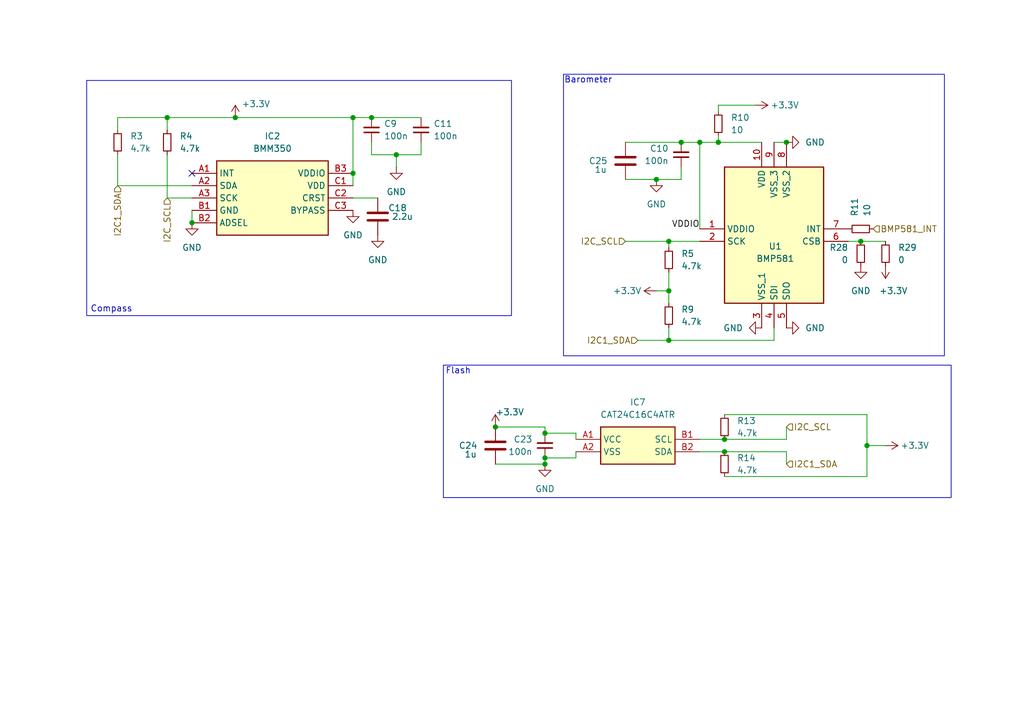
<source format=kicad_sch>
(kicad_sch (version 20250114) (generator "eeschema") (generator_version "9.0")
  (paper "A5")
  (lib_symbols
    (symbol "Device:C" (pin_numbers (hide yes)) (pin_names (offset 0.254))
      (property "Reference" "C" (at 0.635 2.54 0))
      (property "Value" "C" (at 0.635 -2.54 0))
      (symbol "C_0_1"
        (polyline (pts (xy -2.032 0.762) (xy 2.032 0.762)) (stroke (width 0.508)))
        (polyline (pts (xy -2.032 -0.762) (xy 2.032 -0.762)) (stroke (width 0.508)))
      )
      (symbol "C_1_1"
        (pin passive line (at 0 3.81 270) (length 2.794) (name "~") (number "1"))
        (pin passive line (at 0 -3.81 90) (length 2.794) (name "~") (number "2"))
      )
    )
    (symbol "Device:C_Small" (pin_numbers (hide yes)) (pin_names (offset 0.254) (hide yes))
      (property "Reference" "C" (at 0.254 1.778 0))
      (property "Value" "C_Small" (at 0.254 -2.032 0))
      (symbol "C_Small_0_1"
        (polyline (pts (xy -1.524 0.508) (xy 1.524 0.508)) (stroke (width 0.3048)))
        (polyline (pts (xy -1.524 -0.508) (xy 1.524 -0.508)) (stroke (width 0.3302)))
      )
      (symbol "C_Small_1_1"
        (pin passive line (at 0 2.54 270) (length 2.032) (name "~") (number "1"))
        (pin passive line (at 0 -2.54 90) (length 2.032) (name "~") (number "2"))
      )
    )
    (symbol "Device:R_Small" (pin_numbers (hide yes)) (pin_names (offset 0.254) (hide yes))
      (property "Reference" "R" (at 0.762 0.508 0))
      (property "Value" "R_Small" (at 0.762 -1.016 0))
      (symbol "R_Small_0_1"
        (rectangle (start -0.762 1.778) (end 0.762 -1.778) (stroke (width 0.2032)))
      )
      (symbol "R_Small_1_1"
        (pin passive line (at 0 2.54 270) (length 0.762) (name "~") (number "1"))
        (pin passive line (at 0 -2.54 90) (length 0.762) (name "~") (number "2"))
      )
    )
    (symbol "SamacSys_Parts:BMM350"
      (property "Reference" "IC" (at 29.21 7.62 0))
      (property "Value" "BMM350" (at 29.21 5.08 0))
      (symbol "BMM350_1_1"
        (rectangle (start 5.08 2.54) (end 27.94 -12.7) (stroke (width 0.254)) (fill (type background)))
        (pin passive line (at 0 0 0) (length 5.08) (name "INT") (number "A1"))
        (pin passive line (at 0 -2.54 0) (length 5.08) (name "SDA") (number "A2"))
        (pin passive line (at 0 -5.08 0) (length 5.08) (name "SCK") (number "A3"))
        (pin passive line (at 0 -7.62 0) (length 5.08) (name "GND") (number "B1"))
        (pin passive line (at 0 -10.16 0) (length 5.08) (name "ADSEL") (number "B2"))
        (pin passive line (at 33.02 0 180) (length 5.08) (name "VDDIO") (number "B3"))
        (pin passive line (at 33.02 -2.54 180) (length 5.08) (name "VDD") (number "C1"))
        (pin passive line (at 33.02 -5.08 180) (length 5.08) (name "CRST") (number "C2"))
        (pin passive line (at 33.02 -7.62 180) (length 5.08) (name "BYPASS") (number "C3"))
      )
    )
    (symbol "SamacSys_Parts:BMP581"
      (property "Reference" "U" (at 26.67 17.78 0))
      (property "Value" "BMP581" (at 26.67 15.24 0))
      (symbol "BMP581_1_1"
        (rectangle (start 5.08 12.7) (end 25.4 -15.24) (stroke (width 0.254)) (fill (type background)))
        (pin passive line (at 0 0 0) (length 5.08) (name "VDDIO") (number "1"))
        (pin passive line (at 0 -2.54 0) (length 5.08) (name "SCK") (number "2"))
        (pin passive line (at 12.7 17.78 270) (length 5.08) (name "VDD") (number "10"))
        (pin passive line (at 12.7 -20.32 90) (length 5.08) (name "VSS_1") (number "3"))
        (pin passive line (at 15.24 17.78 270) (length 5.08) (name "VSS_3") (number "9"))
        (pin passive line (at 15.24 -20.32 90) (length 5.08) (name "SDI") (number "4"))
        (pin passive line (at 17.78 17.78 270) (length 5.08) (name "VSS_2") (number "8"))
        (pin passive line (at 17.78 -20.32 90) (length 5.08) (name "SDO") (number "5"))
        (pin passive line (at 30.48 0 180) (length 5.08) (name "INT") (number "7"))
        (pin passive line (at 30.48 -2.54 180) (length 5.08) (name "CSB") (number "6"))
      )
    )
    (symbol "SamacSys_Parts:CAT24C16C4ATR"
      (property "Reference" "IC" (at 21.59 7.62 0))
      (property "Value" "CAT24C16C4ATR" (at 21.59 5.08 0))
      (symbol "CAT24C16C4ATR_1_1"
        (rectangle (start 5.08 2.54) (end 20.32 -5.08) (stroke (width 0.254)) (fill (type background)))
        (pin passive line (at 0 0 0) (length 5.08) (name "VCC") (number "A1"))
        (pin passive line (at 0 -2.54 0) (length 5.08) (name "VSS") (number "A2"))
        (pin passive line (at 25.4 0 180) (length 5.08) (name "SCL") (number "B1"))
        (pin passive line (at 25.4 -2.54 180) (length 5.08) (name "SDA") (number "B2"))
      )
    )
    (symbol "power:+3.3V" (power) (pin_numbers (hide yes)) (pin_names (offset 0) (hide yes))
      (property "Value" "+3.3V" (at 0 3.556 0))
      (symbol "+3.3V_0_1"
        (polyline (pts (xy -0.762 1.27) (xy 0 2.54)))
        (polyline (pts (xy 0 2.54) (xy 0.762 1.27)))
        (polyline (pts (xy 0 0) (xy 0 2.54)))
      )
      (symbol "+3.3V_1_1"
        (pin power_in line (at 0 0 90) (length 0) (name "~") (number "1"))
      )
    )
    (symbol "power:GND" (power) (pin_numbers (hide yes)) (pin_names (offset 0) (hide yes))
      (property "Value" "GND" (at 0 -3.81 0))
      (symbol "GND_0_1"
        (polyline (pts (xy 0 0) (xy 0 -1.27) (xy 1.27 -1.27) (xy 0 -2.54) (xy -1.27 -1.27) (xy 0 -1.27)))
      )
      (symbol "GND_1_1"
        (pin power_in line (at 0 0 270) (length 0) (name "~") (number "1"))
      )
    )
  )
  (rectangle (start 17.78 16.51) (end 104.902 64.77))
  (rectangle (start 115.57 15.24) (end 193.675 73.025))
  (rectangle (start 90.932 74.93) (end 195.072 102.108))
  (text "Flash" (at 93.98 76.2 0) (effects (font (size 1.27 1.27))))
  (text "Barometer" (at 120.65 16.51 0) (effects (font (size 1.27 1.27))))
  (text "Compass" (at 22.86 63.5 0) (effects (font (size 1.27 1.27))))
  (junction (at 177.8 91.44))
  (junction (at 137.16 49.53))
  (junction (at 111.76 93.98))
  (junction (at 111.76 95.25))
  (junction (at 143.51 29.21))
  (junction (at 147.32 29.21))
  (junction (at 134.62 36.83))
  (junction (at 148.59 92.71))
  (junction (at 137.16 69.85))
  (junction (at 76.2 24.13))
  (junction (at 72.39 35.56))
  (junction (at 48.26 24.13))
  (junction (at 148.59 90.17))
  (junction (at 176.53 49.53))
  (junction (at 39.37 45.72))
  (junction (at 81.28 31.75))
  (junction (at 101.6 87.63))
  (junction (at 139.7 29.21))
  (junction (at 72.39 24.13))
  (junction (at 34.29 24.13))
  (junction (at 161.29 29.21))
  (junction (at 137.16 59.69))
  (junction (at 111.76 88.9))
  (no_connect (at 39.37 35.56))
  (wire (pts (xy 137.16 55.88) (xy 137.16 59.69)))
  (wire (pts (xy 143.51 29.21) (xy 147.32 29.21)))
  (wire (pts (xy 24.13 38.1) (xy 39.37 38.1)))
  (wire (pts (xy 34.29 26.67) (xy 34.29 24.13)))
  (wire (pts (xy 76.2 24.13) (xy 86.36 24.13)))
  (wire (pts (xy 118.11 93.98) (xy 111.76 93.98)))
  (wire (pts (xy 72.39 24.13) (xy 76.2 24.13)))
  (wire (pts (xy 134.62 36.83) (xy 139.7 36.83)))
  (wire (pts (xy 147.32 21.59) (xy 154.94 21.59)))
  (wire (pts (xy 24.13 31.75) (xy 24.13 38.1)))
  (wire (pts (xy 111.76 95.25) (xy 111.76 93.98)))
  (wire (pts (xy 177.8 85.09) (xy 177.8 91.44)))
  (wire (pts (xy 177.8 97.79) (xy 177.8 91.44)))
  (wire (pts (xy 158.75 29.21) (xy 161.29 29.21)))
  (wire (pts (xy 137.16 59.69) (xy 137.16 62.23)))
  (wire (pts (xy 143.51 92.71) (xy 148.59 92.71)))
  (wire (pts (xy 137.16 49.53) (xy 143.51 49.53)))
  (wire (pts (xy 34.29 24.13) (xy 48.26 24.13)))
  (wire (pts (xy 137.16 49.53) (xy 137.16 50.8)))
  (wire (pts (xy 76.2 31.75) (xy 81.28 31.75)))
  (wire (pts (xy 139.7 29.21) (xy 143.51 29.21)))
  (wire (pts (xy 128.27 36.83) (xy 134.62 36.83)))
  (wire (pts (xy 143.51 46.99) (xy 143.51 29.21)))
  (wire (pts (xy 128.27 49.53) (xy 137.16 49.53)))
  (wire (pts (xy 137.16 67.31) (xy 137.16 69.85)))
  (wire (pts (xy 81.28 31.75) (xy 86.36 31.75)))
  (wire (pts (xy 161.29 92.71) (xy 148.59 92.71)))
  (wire (pts (xy 81.28 31.75) (xy 81.28 34.29)))
  (wire (pts (xy 101.6 87.63) (xy 111.76 87.63)))
  (wire (pts (xy 137.16 69.85) (xy 158.75 69.85)))
  (wire (pts (xy 147.32 29.21) (xy 156.21 29.21)))
  (wire (pts (xy 139.7 34.29) (xy 139.7 36.83)))
  (wire (pts (xy 128.27 29.21) (xy 139.7 29.21)))
  (wire (pts (xy 72.39 24.13) (xy 72.39 35.56)))
  (wire (pts (xy 147.32 27.94) (xy 147.32 29.21)))
  (wire (pts (xy 48.26 24.13) (xy 72.39 24.13)))
  (wire (pts (xy 147.32 21.59) (xy 147.32 22.86)))
  (wire (pts (xy 134.62 59.69) (xy 137.16 59.69)))
  (wire (pts (xy 176.53 49.53) (xy 181.61 49.53)))
  (wire (pts (xy 34.29 40.64) (xy 39.37 40.64)))
  (wire (pts (xy 161.29 87.63) (xy 161.29 90.17)))
  (wire (pts (xy 24.13 24.13) (xy 24.13 26.67)))
  (wire (pts (xy 101.6 95.25) (xy 111.76 95.25)))
  (wire (pts (xy 24.13 24.13) (xy 34.29 24.13)))
  (wire (pts (xy 161.29 95.25) (xy 161.29 92.71)))
  (wire (pts (xy 34.29 31.75) (xy 34.29 40.64)))
  (wire (pts (xy 86.36 29.21) (xy 86.36 31.75)))
  (wire (pts (xy 118.11 90.17) (xy 118.11 88.9)))
  (wire (pts (xy 39.37 43.18) (xy 39.37 45.72)))
  (wire (pts (xy 76.2 31.75) (xy 76.2 29.21)))
  (wire (pts (xy 176.53 49.53) (xy 173.99 49.53)))
  (wire (pts (xy 161.29 90.17) (xy 148.59 90.17)))
  (wire (pts (xy 72.39 35.56) (xy 72.39 38.1)))
  (wire (pts (xy 148.59 97.79) (xy 177.8 97.79)))
  (wire (pts (xy 111.76 87.63) (xy 111.76 88.9)))
  (wire (pts (xy 118.11 88.9) (xy 111.76 88.9)))
  (wire (pts (xy 148.59 85.09) (xy 177.8 85.09)))
  (wire (pts (xy 181.61 91.44) (xy 177.8 91.44)))
  (wire (pts (xy 118.11 92.71) (xy 118.11 93.98)))
  (wire (pts (xy 72.39 40.64) (xy 77.47 40.64)))
  (wire (pts (xy 130.81 69.85) (xy 137.16 69.85)))
  (wire (pts (xy 158.75 67.31) (xy 158.75 69.85)))
  (wire (pts (xy 143.51 90.17) (xy 148.59 90.17)))
  (label "VDDIO" (at 143.51 46.99 180))
  (hierarchical_label "I2C_SCL" (shape input) (at 34.29 40.64 270))
  (hierarchical_label "I2C1_SDA" (shape input) (at 130.81 69.85 180))
  (hierarchical_label "I2C_SCL" (shape input) (at 128.27 49.53 180))
  (hierarchical_label "I2C1_SDA" (shape input) (at 161.29 95.25 0))
  (hierarchical_label "I2C1_SDA" (shape input) (at 24.13 38.1 270))
  (hierarchical_label "BMP581_INT" (shape input) (at 179.07 46.99 0))
  (hierarchical_label "I2C_SCL" (shape input) (at 161.29 87.63 0))
  (symbol (lib_id "power:+3.3V") (at 48.26 24.13 0) (unit 1)
    (property "Reference" "#PWR036" (effects (hide yes)))
    (property "Value" "+3.3V" (at 49.53 21.336 0) (effects (justify left)))
    (property "Description" "Power symbol creates a global label with name \"+3.3V\"" (effects (hide yes)))
  )
  (symbol (lib_id "power:+3.3V") (at 154.94 21.59 270) (unit 1)
    (property "Reference" "#PWR037" (effects (hide yes)))
    (property "Value" "+3.3V" (at 157.988 21.59 90) (effects (justify left)))
    (property "Description" "Power symbol creates a global label with name \"+3.3V\"" (effects (hide yes)))
  )
  (symbol (lib_id "power:GND") (at 39.37 45.72 0) (unit 1)
    (property "Reference" "#PWR012" (effects (hide yes)))
    (property "Value" "GND" (at 39.37 50.8 0))
    (property "Description" "Power symbol creates a global label with name \"GND\" , ground" (effects (hide yes)))
  )
  (symbol (lib_id "Device:R_Small") (at 176.53 46.99 90) (mirror x) (unit 1)
    (property "Reference" "R11" (at 175.2599 44.45 0) (effects (justify right)))
    (property "Value" "10" (at 177.7999 44.45 0) (effects (justify right)))
    (property "Footprint" "Resistor_SMD:R_0201_0603Metric" (effects (hide yes)))
    (property "Description" "Resistor, small symbol" (effects (hide yes)))
  )
  (symbol (lib_id "Device:C_Small") (at 76.2 26.67 180) (unit 1)
    (property "Reference" "C9" (at 78.74 25.3935 0) (effects (justify right)))
    (property "Value" "100n" (at 78.74 27.9335 0) (effects (justify right)))
    (property "Footprint" "Capacitor_SMD:C_0201_0603Metric" (effects (hide yes)))
    (property "Description" "Unpolarized capacitor, small symbol" (effects (hide yes)))
  )
  (symbol (lib_id "Device:R_Small") (at 148.59 95.25 0) (mirror y) (unit 1)
    (property "Reference" "R14" (at 151.13 93.9799 0) (effects (justify right)))
    (property "Value" "4.7k" (at 151.13 96.5199 0) (effects (justify right)))
    (property "Footprint" "Resistor_SMD:R_0201_0603Metric" (effects (hide yes)))
    (property "Description" "Resistor, small symbol" (effects (hide yes)))
  )
  (symbol (lib_id "power:GND") (at 77.47 48.26 0) (unit 1)
    (property "Reference" "#PWR07" (effects (hide yes)))
    (property "Value" "GND" (at 77.47 53.34 0))
    (property "Description" "Power symbol creates a global label with name \"GND\" , ground" (effects (hide yes)))
  )
  (symbol (lib_id "power:+3.3V") (at 181.61 91.44 270) (unit 1)
    (property "Reference" "#PWR09" (effects (hide yes)))
    (property "Value" "+3.3V" (at 184.658 91.44 90) (effects (justify left)))
    (property "Description" "Power symbol creates a global label with name \"+3.3V\"" (effects (hide yes)))
  )
  (symbol (lib_id "Device:R_Small") (at 181.61 52.07 0) (mirror y) (unit 1)
    (property "Reference" "R29" (at 184.15 50.7999 0) (effects (justify right)))
    (property "Value" "0" (at 184.15 53.3399 0) (effects (justify right)))
    (property "Footprint" "Resistor_SMD:R_0201_0603Metric" (effects (hide yes)))
    (property "Description" "Resistor, small symbol" (effects (hide yes)))
  )
  (symbol (lib_id "power:GND") (at 161.29 67.31 90) (unit 1)
    (property "Reference" "#PWR017" (effects (hide yes)))
    (property "Value" "GND" (at 165.1 67.3099 90) (effects (justify right)))
    (property "Description" "Power symbol creates a global label with name \"GND\" , ground" (effects (hide yes)))
  )
  (symbol (lib_id "power:GND") (at 161.29 29.21 90) (unit 1)
    (property "Reference" "#PWR013" (effects (hide yes)))
    (property "Value" "GND" (at 165.1 29.2099 90) (effects (justify right)))
    (property "Description" "Power symbol creates a global label with name \"GND\" , ground" (effects (hide yes)))
  )
  (symbol (lib_id "power:GND") (at 156.21 67.31 270) (unit 1)
    (property "Reference" "#PWR016" (effects (hide yes)))
    (property "Value" "GND" (at 152.4 67.3099 90) (effects (justify right)))
    (property "Description" "Power symbol creates a global label with name \"GND\" , ground" (effects (hide yes)))
  )
  (symbol (lib_id "power:+3.3V") (at 181.61 54.61 180) (unit 1)
    (property "Reference" "#PWR05" (effects (hide yes)))
    (property "Value" "+3.3V" (at 186.182 59.69 0) (effects (justify left)))
    (property "Description" "Power symbol creates a global label with name \"+3.3V\"" (effects (hide yes)))
  )
  (symbol (lib_id "Device:C") (at 101.6 91.44 0) (mirror y) (unit 1)
    (property "Reference" "C24" (at 96.012 91.44 0))
    (property "Value" "1u" (at 96.52 93.218 0))
    (property "Footprint" "Capacitor_SMD:C_0402_1005Metric" (effects (hide yes)))
    (property "Description" "Unpolarized capacitor" (effects (hide yes)))
  )
  (symbol (lib_id "SamacSys_Parts:BMP581") (at 143.51 46.99 0) (unit 1)
    (property "Reference" "U1" (at 159.004 50.546 0))
    (property "Value" "BMP581" (at 159.004 53.086 0))
    (property "Footprint" "SamacSys_Parts:BMP581" (effects (hide yes)))
    (property "Datasheet" "https://www.bosch-sensortec.com/media/boschsensortec/downloads/datasheets/bst-bmp581-ds004.pdf" (effects (hide yes)))
    (property "Description" "Pressure Sensor 4.35PSI ~ 18.13PSI (30kPa ~ 125kPa) Absolute 10-WFLGA" (effects (hide yes)))
    (property "Height" "0.8" (effects (hide yes)))
    (property "Manufacturer_Name" "BOSCH" (effects (hide yes)))
    (property "Manufacturer_Part_Number" "BMP581" (effects (hide yes)))
    (property "Mouser Part Number" "262-BMP581" (effects (hide yes)))
    (property "Mouser Price/Stock" "https://www.mouser.co.uk/ProductDetail/Bosch-Sensortec/BMP581?qs=Li%252BoUPsLEntPL9tlFmcgXg%3D%3D" (effects (hide yes)))
    (property "Arrow Part Number" "BMP581" (effects (hide yes)))
    (property "Arrow Price/Stock" "https://www.arrow.com/en/products/bmp581/bosch?utm_currency=USD&region=nac" (effects (hide yes)))
  )
  (symbol (lib_id "Device:R_Small") (at 148.59 87.63 0) (mirror y) (unit 1)
    (property "Reference" "R13" (at 151.13 86.3599 0) (effects (justify right)))
    (property "Value" "4.7k" (at 151.13 88.8999 0) (effects (justify right)))
    (property "Footprint" "Resistor_SMD:R_0201_0603Metric" (effects (hide yes)))
    (property "Description" "Resistor, small symbol" (effects (hide yes)))
  )
  (symbol (lib_id "power:+3.3V") (at 101.6 87.63 0) (unit 1)
    (property "Reference" "#PWR01" (effects (hide yes)))
    (property "Value" "+3.3V" (at 101.6 84.582 0) (effects (justify left)))
    (property "Description" "Power symbol creates a global label with name \"+3.3V\"" (effects (hide yes)))
  )
  (symbol (lib_id "power:GND") (at 72.39 43.18 0) (unit 1)
    (property "Reference" "#PWR04" (effects (hide yes)))
    (property "Value" "GND" (at 72.39 48.26 0))
    (property "Description" "Power symbol creates a global label with name \"GND\" , ground" (effects (hide yes)))
  )
  (symbol (lib_id "Device:C_Small") (at 86.36 26.67 180) (unit 1)
    (property "Reference" "C11" (at 88.9 25.3935 0) (effects (justify right)))
    (property "Value" "100n" (at 88.9 27.9335 0) (effects (justify right)))
    (property "Footprint" "Capacitor_SMD:C_0201_0603Metric" (effects (hide yes)))
    (property "Description" "Unpolarized capacitor, small symbol" (effects (hide yes)))
  )
  (symbol (lib_id "SamacSys_Parts:CAT24C16C4ATR") (at 118.11 90.17 0) (unit 1)
    (property "Reference" "IC7" (at 130.81 82.55 0))
    (property "Value" "CAT24C16C4ATR" (at 130.81 85.09 0))
    (property "Footprint" "SamacSys_Parts:BGA4C40P2X2_84X84X38" (effects (hide yes)))
    (property "Datasheet" "https://www.onsemi.com/pub/Collateral/CAT24C01-D.PDF" (effects (hide yes)))
    (property "Description" "Supports Standard and Fast I2C Protocol; 1.7 V to 5.5 V Supply Voltage Range; 16-Byte Page Write Buffer; Hardware Write Protection for Entire Memory; Schmitt Triggers and Noise Suppression Filters on I2C Bus Inputs (SCL and SDA); Low Power CMOS Technology; More than 1,000,000 Program/Erase Cycles; 100 Year Data Retention; Industrial Temperature Range; 8-lead SOIC and TSSOP, WLCSP 4 and 5-ball, 8-pad UDFN and 5-lead TSOT-23 packages; These Devices are Pb-Free, Halogen Free/BFR Free, and RoHS Compliant" (effects (hide yes)))
    (property "Height" "0.38" (effects (hide yes)))
    (property "Manufacturer_Name" "onsemi" (effects (hide yes)))
    (property "Manufacturer_Part_Number" "CAT24C16C4ATR" (effects (hide yes)))
    (property "Mouser Part Number" "863-CAT24C16C4ATR" (effects (hide yes)))
    (property "Mouser Price/Stock" "https://www.mouser.co.uk/ProductDetail/onsemi/CAT24C16C4ATR?qs=5C9Q4QJFsuOf7HDcudOBzw%3D%3D" (effects (hide yes)))
    (property "Arrow Part Number" "CAT24C16C4ATR" (effects (hide yes)))
    (property "Arrow Price/Stock" "https://www.arrow.com/en/products/cat24c16c4atr/on-semiconductor?utm_currency=USD&region=nac" (effects (hide yes)))
  )
  (symbol (lib_id "Device:R_Small") (at 147.32 25.4 0) (mirror y) (unit 1)
    (property "Reference" "R10" (at 149.86 24.1299 0) (effects (justify right)))
    (property "Value" "10" (at 149.86 26.6699 0) (effects (justify right)))
    (property "Footprint" "Resistor_SMD:R_0201_0603Metric" (effects (hide yes)))
    (property "Description" "Resistor, small symbol" (effects (hide yes)))
  )
  (symbol (lib_id "power:GND") (at 134.62 36.83 0) (unit 1)
    (property "Reference" "#PWR022" (effects (hide yes)))
    (property "Value" "GND" (at 134.62 41.91 0))
    (property "Description" "Power symbol creates a global label with name \"GND\" , ground" (effects (hide yes)))
  )
  (symbol (lib_id "Device:R_Small") (at 176.53 52.07 0) (unit 1)
    (property "Reference" "R28" (at 173.99 50.7999 0) (effects (justify right)))
    (property "Value" "0" (at 173.99 53.3399 0) (effects (justify right)))
    (property "Footprint" "Resistor_SMD:R_0201_0603Metric" (effects (hide yes)))
    (property "Description" "Resistor, small symbol" (effects (hide yes)))
  )
  (symbol (lib_id "Device:R_Small") (at 137.16 64.77 0) (mirror y) (unit 1)
    (property "Reference" "R9" (at 139.7 63.4999 0) (effects (justify right)))
    (property "Value" "4.7k" (at 139.7 66.0399 0) (effects (justify right)))
    (property "Footprint" "Resistor_SMD:R_0201_0603Metric" (effects (hide yes)))
    (property "Description" "Resistor, small symbol" (effects (hide yes)))
  )
  (symbol (lib_id "power:+3.3V") (at 134.62 59.69 90) (unit 1)
    (property "Reference" "#PWR038" (effects (hide yes)))
    (property "Value" "+3.3V" (at 131.572 59.69 90) (effects (justify left)))
    (property "Description" "Power symbol creates a global label with name \"+3.3V\"" (effects (hide yes)))
  )
  (symbol (lib_id "Device:R_Small") (at 137.16 53.34 0) (mirror y) (unit 1)
    (property "Reference" "R5" (at 139.7 52.0699 0) (effects (justify right)))
    (property "Value" "4.7k" (at 139.7 54.6099 0) (effects (justify right)))
    (property "Footprint" "Resistor_SMD:R_0201_0603Metric" (effects (hide yes)))
    (property "Description" "Resistor, small symbol" (effects (hide yes)))
  )
  (symbol (lib_id "SamacSys_Parts:BMM350") (at 39.37 35.56 0) (unit 1)
    (property "Reference" "IC2" (at 55.88 27.94 0))
    (property "Value" "BMM350" (at 55.88 30.48 0))
    (property "Footprint" "SamacSys_Parts:BGA9C40P3X3_128X128X54" (effects (hide yes)))
    (property "Datasheet" "https://www.bosch-sensortec.com/media/boschsensortec/downloads/datasheets/bst-bmm350-ds001.pdf" (effects (hide yes)))
    (property "Description" "Board Mount Hall Effect / Magnetic Sensors High-Performance Magnometer" (effects (hide yes)))
    (property "Height" "0.54" (effects (hide yes)))
    (property "Mouser Part Number" "262-BMM350" (effects (hide yes)))
    (property "Mouser Price/Stock" "https://www.mouser.co.uk/ProductDetail/Bosch-Sensortec/BMM350?qs=amGC7iS6iy9v98dnmxozLQ%3D%3D" (effects (hide yes)))
    (property "Manufacturer_Name" "BOSCH" (effects (hide yes)))
    (property "Manufacturer_Part_Number" "BMM350" (effects (hide yes)))
  )
  (symbol (lib_id "power:GND") (at 176.53 54.61 0) (unit 1)
    (property "Reference" "#PWR03" (effects (hide yes)))
    (property "Value" "GND" (at 176.53 59.69 0))
    (property "Description" "Power symbol creates a global label with name \"GND\" , ground" (effects (hide yes)))
  )
  (symbol (lib_id "power:GND") (at 81.28 34.29 0) (unit 1)
    (property "Reference" "#PWR06" (effects (hide yes)))
    (property "Value" "GND" (at 81.28 39.37 0))
    (property "Description" "Power symbol creates a global label with name \"GND\" , ground" (effects (hide yes)))
  )
  (symbol (lib_id "Device:C_Small") (at 139.7 31.75 0) (mirror x) (unit 1)
    (property "Reference" "C10" (at 137.16 30.4735 0) (effects (justify right)))
    (property "Value" "100n" (at 137.16 33.0135 0) (effects (justify right)))
    (property "Footprint" "Capacitor_SMD:C_0201_0603Metric" (effects (hide yes)))
    (property "Description" "Unpolarized capacitor, small symbol" (effects (hide yes)))
  )
  (symbol (lib_id "Device:C") (at 128.27 33.02 0) (mirror y) (unit 1)
    (property "Reference" "C25" (at 122.682 33.02 0))
    (property "Value" "1u" (at 123.19 34.798 0))
    (property "Footprint" "Capacitor_SMD:C_0402_1005Metric" (effects (hide yes)))
    (property "Description" "Unpolarized capacitor" (effects (hide yes)))
  )
  (symbol (lib_id "power:GND") (at 111.76 95.25 0) (unit 1)
    (property "Reference" "#PWR067" (effects (hide yes)))
    (property "Value" "GND" (at 111.76 100.33 0))
    (property "Description" "Power symbol creates a global label with name \"GND\" , ground" (effects (hide yes)))
  )
  (symbol (lib_id "Device:C") (at 77.47 44.45 0) (unit 1)
    (property "Reference" "C18" (at 81.534 42.672 0))
    (property "Value" "2.2u" (at 82.55 44.45 0))
    (property "Footprint" "Capacitor_SMD:C_0402_1005Metric" (effects (hide yes)))
    (property "Description" "Unpolarized capacitor" (effects (hide yes)))
  )
  (symbol (lib_id "Device:C_Small") (at 111.76 91.44 0) (mirror x) (unit 1)
    (property "Reference" "C23" (at 109.22 90.1635 0) (effects (justify right)))
    (property "Value" "100n" (at 109.22 92.7035 0) (effects (justify right)))
    (property "Footprint" "Capacitor_SMD:C_0201_0603Metric" (effects (hide yes)))
    (property "Description" "Unpolarized capacitor, small symbol" (effects (hide yes)))
  )
  (symbol (lib_id "Device:R_Small") (at 34.29 29.21 0) (mirror y) (unit 1)
    (property "Reference" "R4" (at 36.83 27.9399 0) (effects (justify right)))
    (property "Value" "4.7k" (at 36.83 30.4799 0) (effects (justify right)))
    (property "Footprint" "Resistor_SMD:R_0201_0603Metric" (effects (hide yes)))
    (property "Description" "Resistor, small symbol" (effects (hide yes)))
  )
  (symbol (lib_id "Device:R_Small") (at 24.13 29.21 0) (mirror y) (unit 1)
    (property "Reference" "R3" (at 26.67 27.9399 0) (effects (justify right)))
    (property "Value" "4.7k" (at 26.67 30.4799 0) (effects (justify right)))
    (property "Footprint" "Resistor_SMD:R_0201_0603Metric" (effects (hide yes)))
    (property "Description" "Resistor, small symbol" (effects (hide yes)))
  )
)
</source>
